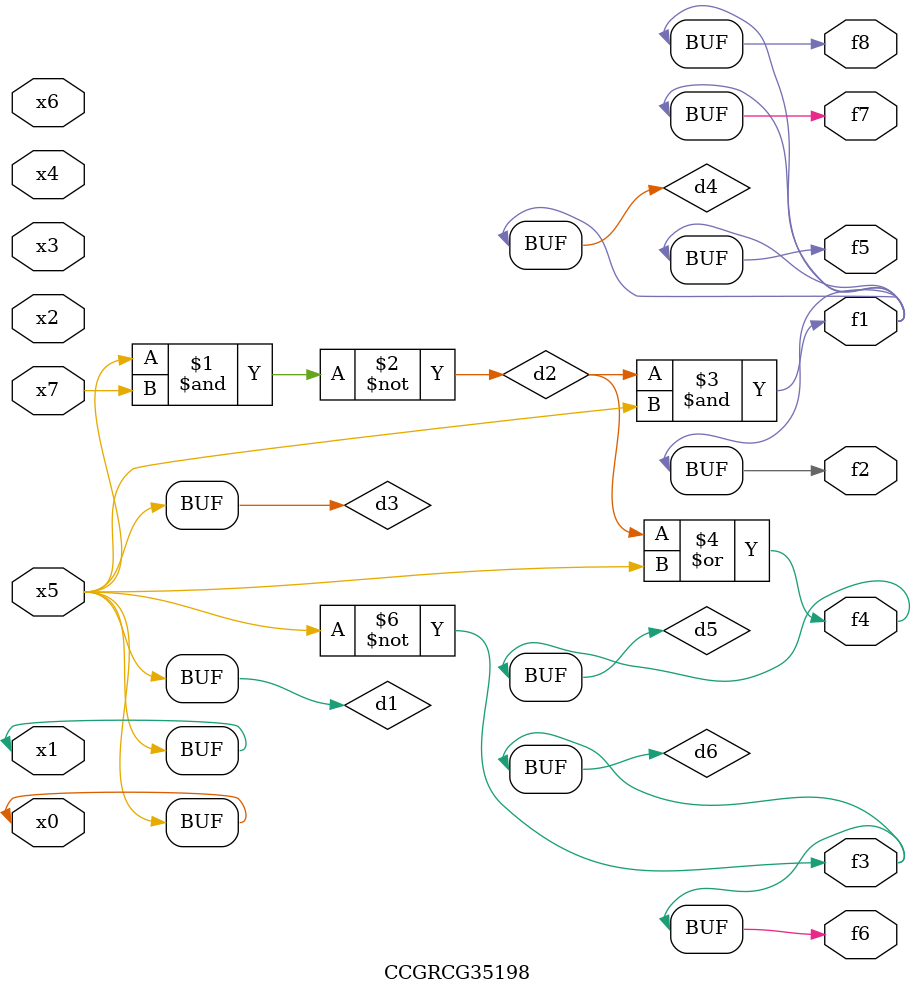
<source format=v>
module CCGRCG35198(
	input x0, x1, x2, x3, x4, x5, x6, x7,
	output f1, f2, f3, f4, f5, f6, f7, f8
);

	wire d1, d2, d3, d4, d5, d6;

	buf (d1, x0, x5);
	nand (d2, x5, x7);
	buf (d3, x0, x1);
	and (d4, d2, d3);
	or (d5, d2, d3);
	nor (d6, d1, d3);
	assign f1 = d4;
	assign f2 = d4;
	assign f3 = d6;
	assign f4 = d5;
	assign f5 = d4;
	assign f6 = d6;
	assign f7 = d4;
	assign f8 = d4;
endmodule

</source>
